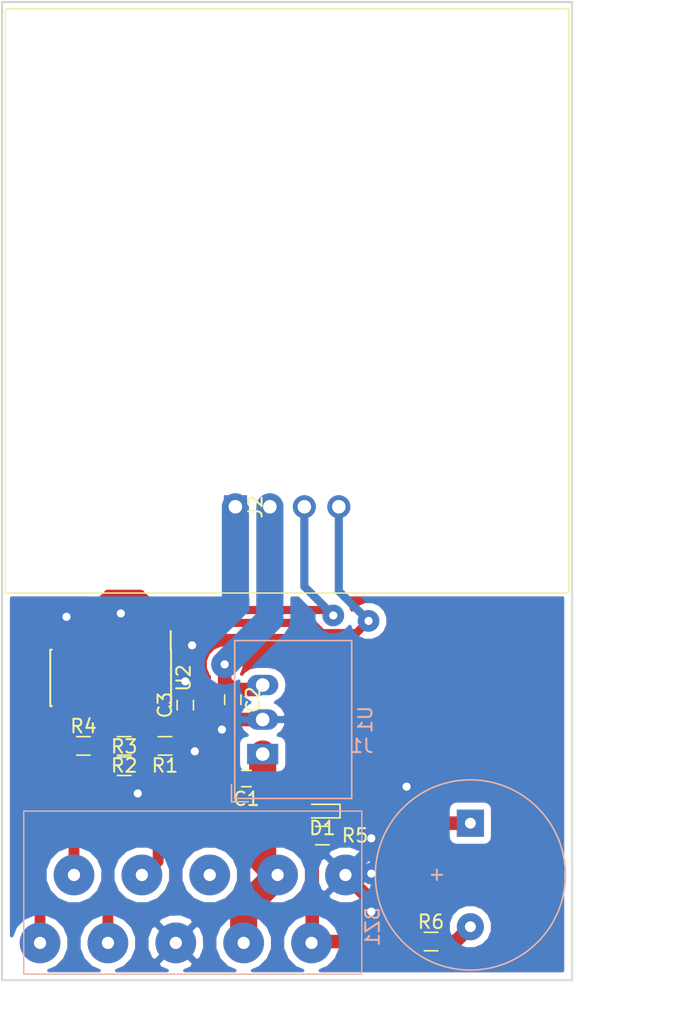
<source format=kicad_pcb>
(kicad_pcb (version 20170922) (host pcbnew no-vcs-found-ad9916e~61~ubuntu16.04.1)

  (general
    (thickness 1.6)
    (drawings 6)
    (tracks 123)
    (zones 0)
    (modules 15)
    (nets 15)
  )

  (page A4)
  (layers
    (0 F.Cu signal)
    (31 B.Cu signal)
    (32 B.Adhes user)
    (33 F.Adhes user)
    (34 B.Paste user)
    (35 F.Paste user)
    (36 B.SilkS user)
    (37 F.SilkS user)
    (38 B.Mask user)
    (39 F.Mask user)
    (40 Dwgs.User user)
    (41 Cmts.User user)
    (42 Eco1.User user)
    (43 Eco2.User user)
    (44 Edge.Cuts user)
    (45 Margin user)
    (46 B.CrtYd user)
    (47 F.CrtYd user)
    (48 B.Fab user hide)
    (49 F.Fab user hide)
  )

  (setup
    (last_trace_width 0.6)
    (user_trace_width 0.2)
    (user_trace_width 0.4)
    (user_trace_width 0.6)
    (user_trace_width 0.8)
    (user_trace_width 1)
    (user_trace_width 2)
    (trace_clearance 0.2)
    (zone_clearance 0.508)
    (zone_45_only no)
    (trace_min 0.2)
    (segment_width 0.2)
    (edge_width 0.15)
    (via_size 1.6)
    (via_drill 0.6)
    (via_min_size 0.4)
    (via_min_drill 0.3)
    (user_via 1.6 0.6)
    (uvia_size 0.3)
    (uvia_drill 0.1)
    (uvias_allowed no)
    (uvia_min_size 0.2)
    (uvia_min_drill 0.1)
    (pcb_text_width 0.3)
    (pcb_text_size 1.5 1.5)
    (mod_edge_width 0.15)
    (mod_text_size 1 1)
    (mod_text_width 0.15)
    (pad_size 1.524 1.524)
    (pad_drill 0.762)
    (pad_to_mask_clearance 0.2)
    (aux_axis_origin 0 0)
    (visible_elements FFFFFF7F)
    (pcbplotparams
      (layerselection 0x01000_ffffffff)
      (usegerberextensions false)
      (usegerberattributes true)
      (usegerberadvancedattributes true)
      (creategerberjobfile true)
      (excludeedgelayer true)
      (linewidth 0.100000)
      (plotframeref false)
      (viasonmask false)
      (mode 1)
      (useauxorigin false)
      (hpglpennumber 1)
      (hpglpenspeed 20)
      (hpglpendiameter 15)
      (psnegative false)
      (psa4output false)
      (plotreference false)
      (plotvalue false)
      (plotinvisibletext false)
      (padsonsilk false)
      (subtractmaskfromsilk false)
      (outputformat 1)
      (mirror false)
      (drillshape 0)
      (scaleselection 1)
      (outputdirectory ./gerbers))
  )

  (net 0 "")
  (net 1 +3V3)
  (net 2 GND)
  (net 3 /TXD)
  (net 4 /RXD)
  (net 5 "Net-(U2-Pad1)")
  (net 6 VCC)
  (net 7 "Net-(J1-Pad7)")
  (net 8 "Net-(J1-Pad8)")
  (net 9 "Net-(J1-Pad9)")
  (net 10 "Net-(J1-Pad10)")
  (net 11 "Net-(D1-Pad1)")
  (net 12 "Net-(BZ1-Pad2)")
  (net 13 /SWITCH)
  (net 14 "Net-(J1-Pad2)")

  (net_class Default "This is the default net class."
    (clearance 0.2)
    (trace_width 0.8)
    (via_dia 1.6)
    (via_drill 0.6)
    (uvia_dia 0.3)
    (uvia_drill 0.1)
    (add_net +3V3)
    (add_net /RXD)
    (add_net /SWITCH)
    (add_net /TXD)
    (add_net GND)
    (add_net "Net-(BZ1-Pad2)")
    (add_net "Net-(D1-Pad1)")
    (add_net "Net-(J1-Pad10)")
    (add_net "Net-(J1-Pad2)")
    (add_net "Net-(J1-Pad7)")
    (add_net "Net-(J1-Pad8)")
    (add_net "Net-(J1-Pad9)")
    (add_net "Net-(U2-Pad1)")
    (add_net VCC)
  )

  (module Resistors_SMD:R_0603 (layer F.Cu) (tedit 58E0A804) (tstamp 5A07BE5D)
    (at 109.6 142.4)
    (descr "Resistor SMD 0603, reflow soldering, Vishay (see dcrcw.pdf)")
    (tags "resistor 0603")
    (path /5A01EF28)
    (attr smd)
    (fp_text reference R6 (at 0 -1.45) (layer F.SilkS)
      (effects (font (size 1 1) (thickness 0.15)))
    )
    (fp_text value " " (at 0 1.5) (layer F.Fab)
      (effects (font (size 1 1) (thickness 0.15)))
    )
    (fp_text user %R (at 0 0) (layer F.Fab)
      (effects (font (size 0.4 0.4) (thickness 0.075)))
    )
    (fp_line (start -0.8 0.4) (end -0.8 -0.4) (layer F.Fab) (width 0.1))
    (fp_line (start 0.8 0.4) (end -0.8 0.4) (layer F.Fab) (width 0.1))
    (fp_line (start 0.8 -0.4) (end 0.8 0.4) (layer F.Fab) (width 0.1))
    (fp_line (start -0.8 -0.4) (end 0.8 -0.4) (layer F.Fab) (width 0.1))
    (fp_line (start 0.5 0.68) (end -0.5 0.68) (layer F.SilkS) (width 0.12))
    (fp_line (start -0.5 -0.68) (end 0.5 -0.68) (layer F.SilkS) (width 0.12))
    (fp_line (start -1.25 -0.7) (end 1.25 -0.7) (layer F.CrtYd) (width 0.05))
    (fp_line (start -1.25 -0.7) (end -1.25 0.7) (layer F.CrtYd) (width 0.05))
    (fp_line (start 1.25 0.7) (end 1.25 -0.7) (layer F.CrtYd) (width 0.05))
    (fp_line (start 1.25 0.7) (end -1.25 0.7) (layer F.CrtYd) (width 0.05))
    (pad 1 smd rect (at -0.75 0) (size 0.5 0.9) (layers F.Cu F.Paste F.Mask)
      (net 14 "Net-(J1-Pad2)"))
    (pad 2 smd rect (at 0.75 0) (size 0.5 0.9) (layers F.Cu F.Paste F.Mask)
      (net 12 "Net-(BZ1-Pad2)"))
    (model ${KISYS3DMOD}/Resistors_SMD.3dshapes/R_0603.wrl
      (at (xyz 0 0 0))
      (scale (xyz 1 1 1))
      (rotate (xyz 0 0 0))
    )
  )

  (module Resistors_SMD:R_0603 (layer F.Cu) (tedit 58E0A804) (tstamp 5A07BCF4)
    (at 101.6 134.6)
    (descr "Resistor SMD 0603, reflow soldering, Vishay (see dcrcw.pdf)")
    (tags "resistor 0603")
    (path /5A01F00C)
    (attr smd)
    (fp_text reference R5 (at 2.4 0) (layer F.SilkS)
      (effects (font (size 1 1) (thickness 0.15)))
    )
    (fp_text value " " (at 0 1.5) (layer F.Fab)
      (effects (font (size 1 1) (thickness 0.15)))
    )
    (fp_line (start 1.25 0.7) (end -1.25 0.7) (layer F.CrtYd) (width 0.05))
    (fp_line (start 1.25 0.7) (end 1.25 -0.7) (layer F.CrtYd) (width 0.05))
    (fp_line (start -1.25 -0.7) (end -1.25 0.7) (layer F.CrtYd) (width 0.05))
    (fp_line (start -1.25 -0.7) (end 1.25 -0.7) (layer F.CrtYd) (width 0.05))
    (fp_line (start -0.5 -0.68) (end 0.5 -0.68) (layer F.SilkS) (width 0.12))
    (fp_line (start 0.5 0.68) (end -0.5 0.68) (layer F.SilkS) (width 0.12))
    (fp_line (start -0.8 -0.4) (end 0.8 -0.4) (layer F.Fab) (width 0.1))
    (fp_line (start 0.8 -0.4) (end 0.8 0.4) (layer F.Fab) (width 0.1))
    (fp_line (start 0.8 0.4) (end -0.8 0.4) (layer F.Fab) (width 0.1))
    (fp_line (start -0.8 0.4) (end -0.8 -0.4) (layer F.Fab) (width 0.1))
    (fp_text user %R (at 10.4 -5.2) (layer F.Fab)
      (effects (font (size 0.4 0.4) (thickness 0.075)))
    )
    (pad 2 smd rect (at 0.75 0) (size 0.5 0.9) (layers F.Cu F.Paste F.Mask)
      (net 11 "Net-(D1-Pad1)"))
    (pad 1 smd rect (at -0.75 0) (size 0.5 0.9) (layers F.Cu F.Paste F.Mask)
      (net 14 "Net-(J1-Pad2)"))
    (model ${KISYS3DMOD}/Resistors_SMD.3dshapes/R_0603.wrl
      (at (xyz 0 0 0))
      (scale (xyz 1 1 1))
      (rotate (xyz 0 0 0))
    )
  )

  (module bilge-alarm-parts:Buzzer_12x9.5RM7.6 (layer B.Cu) (tedit 58F3C45C) (tstamp 5A07B6C2)
    (at 112.5 137.5 270)
    (descr "Generic Buzzer, D12mm height 9.5mm with RM7.6mm")
    (tags buzzer)
    (path /5A01AD35)
    (fp_text reference BZ1 (at 3.8 7.2 270) (layer B.SilkS)
      (effects (font (size 1 1) (thickness 0.15)) (justify mirror))
    )
    (fp_text value Buzzer (at 0 -7.4 270) (layer B.Fab)
      (effects (font (size 1 1) (thickness 0.15)) (justify mirror))
    )
    (fp_circle (center 0 0) (end 7 0) (layer B.SilkS) (width 0.12))
    (fp_circle (center 0 0) (end 1 0) (layer B.Fab) (width 0.1))
    (fp_circle (center 0 0) (end 6 0) (layer B.Fab) (width 0.1))
    (fp_circle (center 0 0) (end 6.25 0) (layer B.CrtYd) (width 0.05))
    (fp_text user %R (at 3.8 4 270) (layer B.Fab)
      (effects (font (size 1 1) (thickness 0.15)) (justify mirror))
    )
    (fp_text user + (at -0.01 2.54 270) (layer B.SilkS)
      (effects (font (size 1 1) (thickness 0.15)) (justify mirror))
    )
    (fp_text user + (at -0.01 2.54 270) (layer B.Fab)
      (effects (font (size 1 1) (thickness 0.15)) (justify mirror))
    )
    (pad 2 thru_hole circle (at 3.81 0 270) (size 2 2) (drill 0.8) (layers *.Cu *.Mask)
      (net 12 "Net-(BZ1-Pad2)"))
    (pad 1 thru_hole rect (at -3.81 0 270) (size 2 2) (drill 0.8) (layers *.Cu *.Mask)
      (net 6 VCC))
    (model Buzzers_Beepers.3dshapes/Buzzer_12x9.5RM7.6.wrl
      (at (xyz -0.007480314960629922 0 0))
      (scale (xyz 4 4 4))
      (rotate (xyz 0 0 0))
    )
  )

  (module Pin_Headers:Pin_Header_Straight_1x04_Pitch2.54mm (layer F.Cu) (tedit 5A01D797) (tstamp 5A07CB5B)
    (at 99 110.4 90)
    (descr "Through hole straight pin header, 1x04, 2.54mm pitch, single row")
    (tags "Through hole pin header THT 1x04 2.54mm single row")
    (path /5A019C03)
    (fp_text reference J2 (at 0 -2.33 90) (layer F.SilkS)
      (effects (font (size 1 1) (thickness 0.15)))
    )
    (fp_text value Conn_01x04 (at 0 9.95 90) (layer F.Fab)
      (effects (font (size 1 1) (thickness 0.15)))
    )
    (fp_text user %R (at -0.25 6.75 -180) (layer F.Fab)
      (effects (font (size 1 1) (thickness 0.15)))
    )
    (fp_line (start 36.65 0) (end 36.65 -20.75) (layer F.SilkS) (width 0.1))
    (fp_line (start 36.65 -20.75) (end -6.35 -20.75) (layer F.SilkS) (width 0.1))
    (fp_line (start 36.65 0) (end 36.65 20.75) (layer F.SilkS) (width 0.1))
    (fp_line (start 36.65 20.75) (end -6.35 20.75) (layer F.SilkS) (width 0.1))
    (fp_line (start -6.35 20.75) (end -6.35 -20.75) (layer F.SilkS) (width 0.1))
    (pad 4 thru_hole oval (at 0 3.81 90) (size 1.7 1.7) (drill 1) (layers *.Cu *.Mask)
      (net 4 /RXD))
    (pad 3 thru_hole oval (at 0 1.27 90) (size 1.7 1.7) (drill 1) (layers *.Cu *.Mask)
      (net 3 /TXD))
    (pad 2 thru_hole oval (at 0 -1.27 90) (size 1.7 1.7) (drill 1) (layers *.Cu *.Mask)
      (net 1 +3V3))
    (pad 1 thru_hole rect (at 0 -3.81 90) (size 1.7 1.7) (drill 1) (layers *.Cu *.Mask)
      (net 2 GND))
    (model ${KISYS3DMOD}/Pin_Headers.3dshapes/Pin_Header_Straight_1x04_Pitch2.54mm.wrl
      (at (xyz 0 0.1574803149606299 0))
      (scale (xyz 1 1 1))
      (rotate (xyz 0 0 0))
    )
  )

  (module TerminalBlock_WAGO:TerminalBlock_WAGO-804_RM5mm_10pol (layer B.Cu) (tedit 5A01CB1F) (tstamp 5A0761D5)
    (at 104.5 137.5 180)
    (path /5A01BFEE)
    (fp_text reference J1 (at 0 9.5 180) (layer B.SilkS)
      (effects (font (size 1 1) (thickness 0.15)) (justify mirror))
    )
    (fp_text value Conn_01x10 (at 0 -8 180) (layer B.Fab)
      (effects (font (size 1 1) (thickness 0.15)) (justify mirror))
    )
    (fp_line (start 0 4.7) (end 0 -7.3) (layer B.SilkS) (width 0.1))
    (fp_line (start 0 -7.3) (end 24.9 -7.3) (layer B.SilkS) (width 0.1))
    (fp_line (start 24.9 -7.3) (end 24.9 4.7) (layer B.SilkS) (width 0.1))
    (fp_line (start 24.9 4.7) (end 0 4.7) (layer B.SilkS) (width 0.1))
    (pad 1 thru_hole circle (at 1.2 0 180) (size 3 3) (drill 0.9) (layers *.Cu *.Mask)
      (net 2 GND))
    (pad 2 thru_hole circle (at 3.7 -5 180) (size 3 3) (drill 0.9) (layers *.Cu *.Mask)
      (net 14 "Net-(J1-Pad2)"))
    (pad 3 thru_hole circle (at 6.2 0 180) (size 3 3) (drill 0.9) (layers *.Cu *.Mask)
      (net 6 VCC))
    (pad 4 thru_hole circle (at 8.7 -5 180) (size 3 3) (drill 0.9) (layers *.Cu *.Mask)
      (net 6 VCC))
    (pad 5 thru_hole circle (at 11.2 0 180) (size 3 3) (drill 0.9) (layers *.Cu *.Mask)
      (net 13 /SWITCH))
    (pad 6 thru_hole circle (at 13.7 -5 180) (size 3 3) (drill 0.9) (layers *.Cu *.Mask)
      (net 2 GND))
    (pad 7 thru_hole circle (at 16.2 0 180) (size 3 3) (drill 0.9) (layers *.Cu *.Mask)
      (net 7 "Net-(J1-Pad7)"))
    (pad 8 thru_hole circle (at 18.7 -5 180) (size 3 3) (drill 0.9) (layers *.Cu *.Mask)
      (net 8 "Net-(J1-Pad8)"))
    (pad 9 thru_hole circle (at 21.2 0 180) (size 3 3) (drill 0.9) (layers *.Cu *.Mask)
      (net 9 "Net-(J1-Pad9)"))
    (pad 10 thru_hole circle (at 23.7 -5 180) (size 3 3) (drill 0.9) (layers *.Cu *.Mask)
      (net 10 "Net-(J1-Pad10)"))
    (model /home/miceuz/Xaltura/DoorCtrl/3d/250-410.stp
      (at (xyz 0 0 0))
      (scale (xyz 1 1 1))
      (rotate (xyz -90 0 -90))
    )
  )

  (module Capacitors_SMD:C_0603 (layer F.Cu) (tedit 59958EE7) (tstamp 5A049135)
    (at 91.5 125 90)
    (descr "Capacitor SMD 0603, reflow soldering, AVX (see smccp.pdf)")
    (tags "capacitor 0603")
    (path /5A019570)
    (attr smd)
    (fp_text reference C3 (at 0 -1.5 90) (layer F.SilkS)
      (effects (font (size 1 1) (thickness 0.15)))
    )
    (fp_text value 1u (at 0 1.5 90) (layer F.Fab)
      (effects (font (size 1 1) (thickness 0.15)))
    )
    (fp_text user %R (at 0 0 90) (layer F.Fab)
      (effects (font (size 0.3 0.3) (thickness 0.075)))
    )
    (fp_line (start -0.8 0.4) (end -0.8 -0.4) (layer F.Fab) (width 0.1))
    (fp_line (start 0.8 0.4) (end -0.8 0.4) (layer F.Fab) (width 0.1))
    (fp_line (start 0.8 -0.4) (end 0.8 0.4) (layer F.Fab) (width 0.1))
    (fp_line (start -0.8 -0.4) (end 0.8 -0.4) (layer F.Fab) (width 0.1))
    (fp_line (start -0.35 -0.6) (end 0.35 -0.6) (layer F.SilkS) (width 0.12))
    (fp_line (start 0.35 0.6) (end -0.35 0.6) (layer F.SilkS) (width 0.12))
    (fp_line (start -1.4 -0.65) (end 1.4 -0.65) (layer F.CrtYd) (width 0.05))
    (fp_line (start -1.4 -0.65) (end -1.4 0.65) (layer F.CrtYd) (width 0.05))
    (fp_line (start 1.4 0.65) (end 1.4 -0.65) (layer F.CrtYd) (width 0.05))
    (fp_line (start 1.4 0.65) (end -1.4 0.65) (layer F.CrtYd) (width 0.05))
    (pad 1 smd rect (at -0.75 0 90) (size 0.8 0.75) (layers F.Cu F.Paste F.Mask)
      (net 1 +3V3))
    (pad 2 smd rect (at 0.75 0 90) (size 0.8 0.75) (layers F.Cu F.Paste F.Mask)
      (net 2 GND))
    (model Capacitors_SMD.3dshapes/C_0603.wrl
      (at (xyz 0 0 0))
      (scale (xyz 1 1 1))
      (rotate (xyz 0 0 0))
    )
  )

  (module Capacitors_SMD:C_0603 (layer F.Cu) (tedit 59958EE7) (tstamp 5A049124)
    (at 95 124.6 270)
    (descr "Capacitor SMD 0603, reflow soldering, AVX (see smccp.pdf)")
    (tags "capacitor 0603")
    (path /5A01B58E)
    (attr smd)
    (fp_text reference C2 (at 0 -1.5 270) (layer F.SilkS)
      (effects (font (size 1 1) (thickness 0.15)))
    )
    (fp_text value 1u (at 0 1.5 270) (layer F.Fab)
      (effects (font (size 1 1) (thickness 0.15)))
    )
    (fp_line (start 1.4 0.65) (end -1.4 0.65) (layer F.CrtYd) (width 0.05))
    (fp_line (start 1.4 0.65) (end 1.4 -0.65) (layer F.CrtYd) (width 0.05))
    (fp_line (start -1.4 -0.65) (end -1.4 0.65) (layer F.CrtYd) (width 0.05))
    (fp_line (start -1.4 -0.65) (end 1.4 -0.65) (layer F.CrtYd) (width 0.05))
    (fp_line (start 0.35 0.6) (end -0.35 0.6) (layer F.SilkS) (width 0.12))
    (fp_line (start -0.35 -0.6) (end 0.35 -0.6) (layer F.SilkS) (width 0.12))
    (fp_line (start -0.8 -0.4) (end 0.8 -0.4) (layer F.Fab) (width 0.1))
    (fp_line (start 0.8 -0.4) (end 0.8 0.4) (layer F.Fab) (width 0.1))
    (fp_line (start 0.8 0.4) (end -0.8 0.4) (layer F.Fab) (width 0.1))
    (fp_line (start -0.8 0.4) (end -0.8 -0.4) (layer F.Fab) (width 0.1))
    (fp_text user %R (at 0 0 270) (layer F.Fab)
      (effects (font (size 0.3 0.3) (thickness 0.075)))
    )
    (pad 2 smd rect (at 0.75 0 270) (size 0.8 0.75) (layers F.Cu F.Paste F.Mask)
      (net 2 GND))
    (pad 1 smd rect (at -0.75 0 270) (size 0.8 0.75) (layers F.Cu F.Paste F.Mask)
      (net 1 +3V3))
    (model Capacitors_SMD.3dshapes/C_0603.wrl
      (at (xyz 0 0 0))
      (scale (xyz 1 1 1))
      (rotate (xyz 0 0 0))
    )
  )

  (module Capacitors_SMD:C_0603 (layer F.Cu) (tedit 59958EE7) (tstamp 5A049113)
    (at 96 130.4 180)
    (descr "Capacitor SMD 0603, reflow soldering, AVX (see smccp.pdf)")
    (tags "capacitor 0603")
    (path /5A01B52A)
    (attr smd)
    (fp_text reference C1 (at 0 -1.5 180) (layer F.SilkS)
      (effects (font (size 1 1) (thickness 0.15)))
    )
    (fp_text value 1u (at 0 1.5 180) (layer F.Fab)
      (effects (font (size 1 1) (thickness 0.15)))
    )
    (fp_text user %R (at 0 0 180) (layer F.Fab)
      (effects (font (size 0.3 0.3) (thickness 0.075)))
    )
    (fp_line (start -0.8 0.4) (end -0.8 -0.4) (layer F.Fab) (width 0.1))
    (fp_line (start 0.8 0.4) (end -0.8 0.4) (layer F.Fab) (width 0.1))
    (fp_line (start 0.8 -0.4) (end 0.8 0.4) (layer F.Fab) (width 0.1))
    (fp_line (start -0.8 -0.4) (end 0.8 -0.4) (layer F.Fab) (width 0.1))
    (fp_line (start -0.35 -0.6) (end 0.35 -0.6) (layer F.SilkS) (width 0.12))
    (fp_line (start 0.35 0.6) (end -0.35 0.6) (layer F.SilkS) (width 0.12))
    (fp_line (start -1.4 -0.65) (end 1.4 -0.65) (layer F.CrtYd) (width 0.05))
    (fp_line (start -1.4 -0.65) (end -1.4 0.65) (layer F.CrtYd) (width 0.05))
    (fp_line (start 1.4 0.65) (end 1.4 -0.65) (layer F.CrtYd) (width 0.05))
    (fp_line (start 1.4 0.65) (end -1.4 0.65) (layer F.CrtYd) (width 0.05))
    (pad 1 smd rect (at -0.75 0 180) (size 0.8 0.75) (layers F.Cu F.Paste F.Mask)
      (net 6 VCC))
    (pad 2 smd rect (at 0.75 0 180) (size 0.8 0.75) (layers F.Cu F.Paste F.Mask)
      (net 2 GND))
    (model Capacitors_SMD.3dshapes/C_0603.wrl
      (at (xyz 0 0 0))
      (scale (xyz 1 1 1))
      (rotate (xyz 0 0 0))
    )
  )

  (module LEDs:LED_0603 (layer F.Cu) (tedit 57FE93A5) (tstamp 5A04907D)
    (at 101.6 132.8 180)
    (descr "LED 0603 smd package")
    (tags "LED led 0603 SMD smd SMT smt smdled SMDLED smtled SMTLED")
    (path /5A01AE95)
    (attr smd)
    (fp_text reference D1 (at 0 -1.25 180) (layer F.SilkS)
      (effects (font (size 1 1) (thickness 0.15)))
    )
    (fp_text value LED (at 0 1.35 180) (layer F.Fab)
      (effects (font (size 1 1) (thickness 0.15)))
    )
    (fp_line (start -1.45 -0.65) (end 1.45 -0.65) (layer F.CrtYd) (width 0.05))
    (fp_line (start -1.45 0.65) (end -1.45 -0.65) (layer F.CrtYd) (width 0.05))
    (fp_line (start 1.45 0.65) (end -1.45 0.65) (layer F.CrtYd) (width 0.05))
    (fp_line (start 1.45 -0.65) (end 1.45 0.65) (layer F.CrtYd) (width 0.05))
    (fp_line (start -1.3 -0.5) (end 0.8 -0.5) (layer F.SilkS) (width 0.12))
    (fp_line (start -1.3 0.5) (end 0.8 0.5) (layer F.SilkS) (width 0.12))
    (fp_line (start -0.8 0.4) (end -0.8 -0.4) (layer F.Fab) (width 0.1))
    (fp_line (start -0.8 -0.4) (end 0.8 -0.4) (layer F.Fab) (width 0.1))
    (fp_line (start 0.8 -0.4) (end 0.8 0.4) (layer F.Fab) (width 0.1))
    (fp_line (start 0.8 0.4) (end -0.8 0.4) (layer F.Fab) (width 0.1))
    (fp_line (start 0.15 -0.2) (end 0.15 0.2) (layer F.Fab) (width 0.1))
    (fp_line (start 0.15 0.2) (end -0.15 0) (layer F.Fab) (width 0.1))
    (fp_line (start -0.15 0) (end 0.15 -0.2) (layer F.Fab) (width 0.1))
    (fp_line (start -0.2 -0.2) (end -0.2 0.2) (layer F.Fab) (width 0.1))
    (fp_line (start -1.3 -0.5) (end -1.3 0.5) (layer F.SilkS) (width 0.12))
    (pad 1 smd rect (at -0.8 0) (size 0.8 0.8) (layers F.Cu F.Paste F.Mask)
      (net 11 "Net-(D1-Pad1)"))
    (pad 2 smd rect (at 0.8 0) (size 0.8 0.8) (layers F.Cu F.Paste F.Mask)
      (net 6 VCC))
    (model ${KISYS3DMOD}/LEDs.3dshapes/LED_0603.wrl
      (at (xyz 0 0 0))
      (scale (xyz 1 1 1))
      (rotate (xyz 0 0 180))
    )
  )

  (module Resistors_SMD:R_0603 (layer F.Cu) (tedit 58E0A804) (tstamp 5A049057)
    (at 84 128)
    (descr "Resistor SMD 0603, reflow soldering, Vishay (see dcrcw.pdf)")
    (tags "resistor 0603")
    (path /5A01988D)
    (attr smd)
    (fp_text reference R4 (at 0 -1.45) (layer F.SilkS)
      (effects (font (size 1 1) (thickness 0.15)))
    )
    (fp_text value R_Small (at 0 1.5) (layer F.Fab)
      (effects (font (size 1 1) (thickness 0.15)))
    )
    (fp_text user %R (at 0 0) (layer F.Fab)
      (effects (font (size 0.4 0.4) (thickness 0.075)))
    )
    (fp_line (start -0.8 0.4) (end -0.8 -0.4) (layer F.Fab) (width 0.1))
    (fp_line (start 0.8 0.4) (end -0.8 0.4) (layer F.Fab) (width 0.1))
    (fp_line (start 0.8 -0.4) (end 0.8 0.4) (layer F.Fab) (width 0.1))
    (fp_line (start -0.8 -0.4) (end 0.8 -0.4) (layer F.Fab) (width 0.1))
    (fp_line (start 0.5 0.68) (end -0.5 0.68) (layer F.SilkS) (width 0.12))
    (fp_line (start -0.5 -0.68) (end 0.5 -0.68) (layer F.SilkS) (width 0.12))
    (fp_line (start -1.25 -0.7) (end 1.25 -0.7) (layer F.CrtYd) (width 0.05))
    (fp_line (start -1.25 -0.7) (end -1.25 0.7) (layer F.CrtYd) (width 0.05))
    (fp_line (start 1.25 0.7) (end 1.25 -0.7) (layer F.CrtYd) (width 0.05))
    (fp_line (start 1.25 0.7) (end -1.25 0.7) (layer F.CrtYd) (width 0.05))
    (pad 1 smd rect (at -0.75 0) (size 0.5 0.9) (layers F.Cu F.Paste F.Mask)
      (net 10 "Net-(J1-Pad10)"))
    (pad 2 smd rect (at 0.75 0) (size 0.5 0.9) (layers F.Cu F.Paste F.Mask)
      (net 9 "Net-(J1-Pad9)"))
    (model ${KISYS3DMOD}/Resistors_SMD.3dshapes/R_0603.wrl
      (at (xyz 0 0 0))
      (scale (xyz 1 1 1))
      (rotate (xyz 0 0 0))
    )
  )

  (module Resistors_SMD:R_0603 (layer F.Cu) (tedit 58E0A804) (tstamp 5A049046)
    (at 87 129.5)
    (descr "Resistor SMD 0603, reflow soldering, Vishay (see dcrcw.pdf)")
    (tags "resistor 0603")
    (path /5A01985F)
    (attr smd)
    (fp_text reference R3 (at 0 -1.45) (layer F.SilkS)
      (effects (font (size 1 1) (thickness 0.15)))
    )
    (fp_text value R_Small (at 0 1.5) (layer F.Fab)
      (effects (font (size 1 1) (thickness 0.15)))
    )
    (fp_line (start 1.25 0.7) (end -1.25 0.7) (layer F.CrtYd) (width 0.05))
    (fp_line (start 1.25 0.7) (end 1.25 -0.7) (layer F.CrtYd) (width 0.05))
    (fp_line (start -1.25 -0.7) (end -1.25 0.7) (layer F.CrtYd) (width 0.05))
    (fp_line (start -1.25 -0.7) (end 1.25 -0.7) (layer F.CrtYd) (width 0.05))
    (fp_line (start -0.5 -0.68) (end 0.5 -0.68) (layer F.SilkS) (width 0.12))
    (fp_line (start 0.5 0.68) (end -0.5 0.68) (layer F.SilkS) (width 0.12))
    (fp_line (start -0.8 -0.4) (end 0.8 -0.4) (layer F.Fab) (width 0.1))
    (fp_line (start 0.8 -0.4) (end 0.8 0.4) (layer F.Fab) (width 0.1))
    (fp_line (start 0.8 0.4) (end -0.8 0.4) (layer F.Fab) (width 0.1))
    (fp_line (start -0.8 0.4) (end -0.8 -0.4) (layer F.Fab) (width 0.1))
    (fp_text user %R (at 0 0) (layer F.Fab)
      (effects (font (size 0.4 0.4) (thickness 0.075)))
    )
    (pad 2 smd rect (at 0.75 0) (size 0.5 0.9) (layers F.Cu F.Paste F.Mask)
      (net 2 GND))
    (pad 1 smd rect (at -0.75 0) (size 0.5 0.9) (layers F.Cu F.Paste F.Mask)
      (net 8 "Net-(J1-Pad8)"))
    (model ${KISYS3DMOD}/Resistors_SMD.3dshapes/R_0603.wrl
      (at (xyz 0 0 0))
      (scale (xyz 1 1 1))
      (rotate (xyz 0 0 0))
    )
  )

  (module Resistors_SMD:R_0603 (layer F.Cu) (tedit 58E0A804) (tstamp 5A049035)
    (at 87 128 180)
    (descr "Resistor SMD 0603, reflow soldering, Vishay (see dcrcw.pdf)")
    (tags "resistor 0603")
    (path /5A0197EC)
    (attr smd)
    (fp_text reference R2 (at 0 -1.45 180) (layer F.SilkS)
      (effects (font (size 1 1) (thickness 0.15)))
    )
    (fp_text value R_Small (at 0 1.5 180) (layer F.Fab)
      (effects (font (size 1 1) (thickness 0.15)))
    )
    (fp_text user %R (at 0 0 180) (layer F.Fab)
      (effects (font (size 0.4 0.4) (thickness 0.075)))
    )
    (fp_line (start -0.8 0.4) (end -0.8 -0.4) (layer F.Fab) (width 0.1))
    (fp_line (start 0.8 0.4) (end -0.8 0.4) (layer F.Fab) (width 0.1))
    (fp_line (start 0.8 -0.4) (end 0.8 0.4) (layer F.Fab) (width 0.1))
    (fp_line (start -0.8 -0.4) (end 0.8 -0.4) (layer F.Fab) (width 0.1))
    (fp_line (start 0.5 0.68) (end -0.5 0.68) (layer F.SilkS) (width 0.12))
    (fp_line (start -0.5 -0.68) (end 0.5 -0.68) (layer F.SilkS) (width 0.12))
    (fp_line (start -1.25 -0.7) (end 1.25 -0.7) (layer F.CrtYd) (width 0.05))
    (fp_line (start -1.25 -0.7) (end -1.25 0.7) (layer F.CrtYd) (width 0.05))
    (fp_line (start 1.25 0.7) (end 1.25 -0.7) (layer F.CrtYd) (width 0.05))
    (fp_line (start 1.25 0.7) (end -1.25 0.7) (layer F.CrtYd) (width 0.05))
    (pad 1 smd rect (at -0.75 0 180) (size 0.5 0.9) (layers F.Cu F.Paste F.Mask)
      (net 7 "Net-(J1-Pad7)"))
    (pad 2 smd rect (at 0.75 0 180) (size 0.5 0.9) (layers F.Cu F.Paste F.Mask)
      (net 8 "Net-(J1-Pad8)"))
    (model ${KISYS3DMOD}/Resistors_SMD.3dshapes/R_0603.wrl
      (at (xyz 0 0 0))
      (scale (xyz 1 1 1))
      (rotate (xyz 0 0 0))
    )
  )

  (module Resistors_SMD:R_0603 (layer F.Cu) (tedit 58E0A804) (tstamp 5A049024)
    (at 90 128 180)
    (descr "Resistor SMD 0603, reflow soldering, Vishay (see dcrcw.pdf)")
    (tags "resistor 0603")
    (path /5A01983D)
    (attr smd)
    (fp_text reference R1 (at 0 -1.45 180) (layer F.SilkS)
      (effects (font (size 1 1) (thickness 0.15)))
    )
    (fp_text value R_Small (at 0 1.5 180) (layer F.Fab)
      (effects (font (size 1 1) (thickness 0.15)))
    )
    (fp_line (start 1.25 0.7) (end -1.25 0.7) (layer F.CrtYd) (width 0.05))
    (fp_line (start 1.25 0.7) (end 1.25 -0.7) (layer F.CrtYd) (width 0.05))
    (fp_line (start -1.25 -0.7) (end -1.25 0.7) (layer F.CrtYd) (width 0.05))
    (fp_line (start -1.25 -0.7) (end 1.25 -0.7) (layer F.CrtYd) (width 0.05))
    (fp_line (start -0.5 -0.68) (end 0.5 -0.68) (layer F.SilkS) (width 0.12))
    (fp_line (start 0.5 0.68) (end -0.5 0.68) (layer F.SilkS) (width 0.12))
    (fp_line (start -0.8 -0.4) (end 0.8 -0.4) (layer F.Fab) (width 0.1))
    (fp_line (start 0.8 -0.4) (end 0.8 0.4) (layer F.Fab) (width 0.1))
    (fp_line (start 0.8 0.4) (end -0.8 0.4) (layer F.Fab) (width 0.1))
    (fp_line (start -0.8 0.4) (end -0.8 -0.4) (layer F.Fab) (width 0.1))
    (fp_text user %R (at 0 0 180) (layer F.Fab)
      (effects (font (size 0.4 0.4) (thickness 0.075)))
    )
    (pad 2 smd rect (at 0.75 0 180) (size 0.5 0.9) (layers F.Cu F.Paste F.Mask)
      (net 7 "Net-(J1-Pad7)"))
    (pad 1 smd rect (at -0.75 0 180) (size 0.5 0.9) (layers F.Cu F.Paste F.Mask)
      (net 1 +3V3))
    (model ${KISYS3DMOD}/Resistors_SMD.3dshapes/R_0603.wrl
      (at (xyz 0 0 0))
      (scale (xyz 1 1 1))
      (rotate (xyz 0 0 0))
    )
  )

  (module Converters_DCDC_ACDC:DCDC-Conv_RECOM_R-78E-0.5 (layer B.Cu) (tedit 59EB6FA5) (tstamp 5A04740A)
    (at 97.2 128.6 90)
    (descr "DCDC-Converter, RECOM, RECOM_R-78E-0.5, SIP-3, pitch 2.54mm, package size 11.5x8.5x10.4mm^3, https://www.recom-power.com/pdf/Innoline/R-78Exx-0.5.pdf")
    (tags "dc-dc recom buck sip-3 pitch 2.54mm")
    (path /5A01B353)
    (fp_text reference U1 (at 2.54 7.56 90) (layer B.SilkS)
      (effects (font (size 1 1) (thickness 0.15)) (justify mirror))
    )
    (fp_text value R-783.3-0.5 (at 2.54 -3 90) (layer B.Fab)
      (effects (font (size 1 1) (thickness 0.15)) (justify mirror))
    )
    (fp_text user %R (at 2.54 2.25 90) (layer B.Fab)
      (effects (font (size 1 1) (thickness 0.15)) (justify mirror))
    )
    (fp_line (start 8.55 6.75) (end -3.5 6.75) (layer B.CrtYd) (width 0.05))
    (fp_line (start 8.55 -2.25) (end 8.55 6.75) (layer B.CrtYd) (width 0.05))
    (fp_line (start -3.5 -2.25) (end 8.55 -2.25) (layer B.CrtYd) (width 0.05))
    (fp_line (start -3.5 6.75) (end -3.5 -2.25) (layer B.CrtYd) (width 0.05))
    (fp_line (start -3.51 -2.3) (end -2.27 -2.3) (layer B.SilkS) (width 0.12))
    (fp_line (start -3.51 -1.06) (end -3.51 -2.3) (layer B.SilkS) (width 0.12))
    (fp_line (start 8.35 6.56) (end 8.35 -2.06) (layer B.SilkS) (width 0.12))
    (fp_line (start -3.27 6.56) (end -3.27 -2.06) (layer B.SilkS) (width 0.12))
    (fp_line (start -3.27 -2.06) (end 8.35 -2.06) (layer B.SilkS) (width 0.12))
    (fp_line (start -3.27 6.56) (end 8.35 6.56) (layer B.SilkS) (width 0.12))
    (fp_line (start -3.21 -1) (end -3.21 6.5) (layer B.Fab) (width 0.1))
    (fp_line (start -2.21 -2) (end -3.21 -1) (layer B.Fab) (width 0.1))
    (fp_line (start 8.29 -2) (end -2.21 -2) (layer B.Fab) (width 0.1))
    (fp_line (start 8.29 6.5) (end 8.29 -2) (layer B.Fab) (width 0.1))
    (fp_line (start -3.21 6.5) (end 8.29 6.5) (layer B.Fab) (width 0.1))
    (pad 3 thru_hole oval (at 5.08 0 90) (size 1.5 2.3) (drill 1) (layers *.Cu *.Mask)
      (net 1 +3V3))
    (pad 2 thru_hole oval (at 2.54 0 90) (size 1.5 2.3) (drill 1) (layers *.Cu *.Mask)
      (net 2 GND))
    (pad 1 thru_hole rect (at 0 0 90) (size 1.5 2.3) (drill 1) (layers *.Cu *.Mask)
      (net 6 VCC))
    (model ${KISYS3DMOD}/Converters_DCDC_ACDC.3dshapes/DCDC-Conv_RECOM_R-78E-0.5.wrl
      (at (xyz 0 0 0))
      (scale (xyz 1 1 1))
      (rotate (xyz 0 0 0))
    )
    (model ${KISYS3DMOD}/Converters_DCDC_ACDC.3dshapes/DCDC-Conv_TRACO_TSR-1.wrl
      (at (xyz 0 0 0))
      (scale (xyz 0.4 0.4 0.4))
      (rotate (xyz 0 0 0))
    )
  )

  (module Housings_SOIC:SOIC-14_3.9x8.7mm_Pitch1.27mm (layer F.Cu) (tedit 58CC8F64) (tstamp 5A0473F3)
    (at 86 123 270)
    (descr "14-Lead Plastic Small Outline (SL) - Narrow, 3.90 mm Body [SOIC] (see Microchip Packaging Specification 00000049BS.pdf)")
    (tags "SOIC 1.27")
    (path /5A01934A)
    (attr smd)
    (fp_text reference U2 (at 0 -5.375 270) (layer F.SilkS)
      (effects (font (size 1 1) (thickness 0.15)))
    )
    (fp_text value ADM3491 (at 0 5.375 270) (layer F.Fab)
      (effects (font (size 1 1) (thickness 0.15)))
    )
    (fp_line (start -2.075 -4.425) (end -3.45 -4.425) (layer F.SilkS) (width 0.15))
    (fp_line (start -2.075 4.45) (end 2.075 4.45) (layer F.SilkS) (width 0.15))
    (fp_line (start -2.075 -4.45) (end 2.075 -4.45) (layer F.SilkS) (width 0.15))
    (fp_line (start -2.075 4.45) (end -2.075 4.335) (layer F.SilkS) (width 0.15))
    (fp_line (start 2.075 4.45) (end 2.075 4.335) (layer F.SilkS) (width 0.15))
    (fp_line (start 2.075 -4.45) (end 2.075 -4.335) (layer F.SilkS) (width 0.15))
    (fp_line (start -2.075 -4.45) (end -2.075 -4.425) (layer F.SilkS) (width 0.15))
    (fp_line (start -3.7 4.65) (end 3.7 4.65) (layer F.CrtYd) (width 0.05))
    (fp_line (start -3.7 -4.65) (end 3.7 -4.65) (layer F.CrtYd) (width 0.05))
    (fp_line (start 3.7 -4.65) (end 3.7 4.65) (layer F.CrtYd) (width 0.05))
    (fp_line (start -3.7 -4.65) (end -3.7 4.65) (layer F.CrtYd) (width 0.05))
    (fp_line (start -1.95 -3.35) (end -0.95 -4.35) (layer F.Fab) (width 0.15))
    (fp_line (start -1.95 4.35) (end -1.95 -3.35) (layer F.Fab) (width 0.15))
    (fp_line (start 1.95 4.35) (end -1.95 4.35) (layer F.Fab) (width 0.15))
    (fp_line (start 1.95 -4.35) (end 1.95 4.35) (layer F.Fab) (width 0.15))
    (fp_line (start -0.95 -4.35) (end 1.95 -4.35) (layer F.Fab) (width 0.15))
    (fp_text user %R (at 0 0 270) (layer F.Fab)
      (effects (font (size 0.9 0.9) (thickness 0.135)))
    )
    (pad 14 smd rect (at 2.7 -3.81 270) (size 1.5 0.6) (layers F.Cu F.Paste F.Mask)
      (net 1 +3V3))
    (pad 13 smd rect (at 2.7 -2.54 270) (size 1.5 0.6) (layers F.Cu F.Paste F.Mask)
      (net 1 +3V3))
    (pad 12 smd rect (at 2.7 -1.27 270) (size 1.5 0.6) (layers F.Cu F.Paste F.Mask)
      (net 7 "Net-(J1-Pad7)"))
    (pad 11 smd rect (at 2.7 0 270) (size 1.5 0.6) (layers F.Cu F.Paste F.Mask)
      (net 8 "Net-(J1-Pad8)"))
    (pad 10 smd rect (at 2.7 1.27 270) (size 1.5 0.6) (layers F.Cu F.Paste F.Mask)
      (net 9 "Net-(J1-Pad9)"))
    (pad 9 smd rect (at 2.7 2.54 270) (size 1.5 0.6) (layers F.Cu F.Paste F.Mask)
      (net 10 "Net-(J1-Pad10)"))
    (pad 8 smd rect (at 2.7 3.81 270) (size 1.5 0.6) (layers F.Cu F.Paste F.Mask)
      (net 1 +3V3))
    (pad 7 smd rect (at -2.7 3.81 270) (size 1.5 0.6) (layers F.Cu F.Paste F.Mask)
      (net 2 GND))
    (pad 6 smd rect (at -2.7 2.54 270) (size 1.5 0.6) (layers F.Cu F.Paste F.Mask)
      (net 2 GND))
    (pad 5 smd rect (at -2.7 1.27 270) (size 1.5 0.6) (layers F.Cu F.Paste F.Mask)
      (net 3 /TXD))
    (pad 4 smd rect (at -2.7 0 270) (size 1.5 0.6) (layers F.Cu F.Paste F.Mask)
      (net 1 +3V3))
    (pad 3 smd rect (at -2.7 -1.27 270) (size 1.5 0.6) (layers F.Cu F.Paste F.Mask)
      (net 2 GND))
    (pad 2 smd rect (at -2.7 -2.54 270) (size 1.5 0.6) (layers F.Cu F.Paste F.Mask)
      (net 4 /RXD))
    (pad 1 smd rect (at -2.7 -3.81 270) (size 1.5 0.6) (layers F.Cu F.Paste F.Mask)
      (net 5 "Net-(U2-Pad1)"))
    (model ${KISYS3DMOD}/Housings_SOIC.3dshapes/SOIC-14_3.9x8.7mm_Pitch1.27mm.wrl
      (at (xyz 0 0 0))
      (scale (xyz 1 1 1))
      (rotate (xyz 0 0 0))
    )
  )

  (dimension 42 (width 0.3) (layer Cmts.User)
    (gr_text "42,000 mm" (at 99 149.1) (layer Cmts.User) (tstamp 5A07CB0C)
      (effects (font (size 1.5 1.5) (thickness 0.3)))
    )
    (feature1 (pts (xy 78 145.25) (xy 78 150.45)))
    (feature2 (pts (xy 120 145.25) (xy 120 150.45)))
    (crossbar (pts (xy 120 147.75) (xy 78 147.75)))
    (arrow1a (pts (xy 78 147.75) (xy 79.126504 147.163579)))
    (arrow1b (pts (xy 78 147.75) (xy 79.126504 148.336421)))
    (arrow2a (pts (xy 120 147.75) (xy 118.873496 147.163579)))
    (arrow2b (pts (xy 120 147.75) (xy 118.873496 148.336421)))
  )
  (dimension 72 (width 0.3) (layer Cmts.User)
    (gr_text "72,000 mm" (at 125.35 109.25 270) (layer Cmts.User) (tstamp 5A07CB0D)
      (effects (font (size 1.5 1.5) (thickness 0.3)))
    )
    (feature1 (pts (xy 120 145.25) (xy 126.7 145.25)))
    (feature2 (pts (xy 120 73.25) (xy 126.7 73.25)))
    (crossbar (pts (xy 124 73.25) (xy 124 145.25)))
    (arrow1a (pts (xy 124 145.25) (xy 123.413579 144.123496)))
    (arrow1b (pts (xy 124 145.25) (xy 124.586421 144.123496)))
    (arrow2a (pts (xy 124 73.25) (xy 123.413579 74.376504)))
    (arrow2b (pts (xy 124 73.25) (xy 124.586421 74.376504)))
  )
  (gr_line (start 78 145.25) (end 78 73.25) (layer Edge.Cuts) (width 0.15))
  (gr_line (start 120 145.25) (end 78 145.25) (layer Edge.Cuts) (width 0.15))
  (gr_line (start 120 73.25) (end 120 145.25) (layer Edge.Cuts) (width 0.15))
  (gr_line (start 78 73.25) (end 120 73.25) (layer Edge.Cuts) (width 0.15))

  (segment (start 94.399996 122) (end 94.399996 123.249996) (width 1) (layer F.Cu) (net 1))
  (segment (start 94.399996 123.249996) (end 95 123.85) (width 1) (layer F.Cu) (net 1))
  (segment (start 91.5 125.75) (end 92.25 125.75) (width 1) (layer F.Cu) (net 1))
  (segment (start 92.25 125.75) (end 94.25 123.75) (width 1) (layer F.Cu) (net 1))
  (segment (start 94.25 123.75) (end 94.875 123.75) (width 1) (layer F.Cu) (net 1))
  (segment (start 95 123.85) (end 96.87 123.85) (width 1) (layer F.Cu) (net 1))
  (segment (start 96.87 123.85) (end 97.2 123.52) (width 1) (layer F.Cu) (net 1))
  (segment (start 95.199995 121.200001) (end 94.399996 122) (width 2) (layer B.Cu) (net 1))
  (via (at 94.399996 122) (size 1.6) (drill 0.6) (layers F.Cu B.Cu) (net 1))
  (segment (start 97.73 110.4) (end 97.73 118.669996) (width 2) (layer B.Cu) (net 1))
  (segment (start 97.73 118.669996) (end 95.199995 121.200001) (width 2) (layer B.Cu) (net 1))
  (segment (start 86 120.3) (end 86 121.65) (width 0.6) (layer F.Cu) (net 1))
  (segment (start 88.54 124.35) (end 88.54 125.7) (width 0.6) (layer F.Cu) (net 1))
  (segment (start 86 121.65) (end 88.54 124.19) (width 0.6) (layer F.Cu) (net 1))
  (segment (start 88.54 124.19) (end 88.54 124.35) (width 0.6) (layer F.Cu) (net 1))
  (segment (start 91.5 125.75) (end 89.86 125.75) (width 0.6) (layer F.Cu) (net 1))
  (segment (start 89.86 125.75) (end 89.81 125.7) (width 0.6) (layer F.Cu) (net 1))
  (segment (start 89.81 125.7) (end 88.54 125.7) (width 0.6) (layer F.Cu) (net 1))
  (segment (start 90.75 128) (end 90.75 126.64) (width 0.6) (layer F.Cu) (net 1))
  (segment (start 90.75 126.64) (end 89.81 125.7) (width 0.6) (layer F.Cu) (net 1))
  (segment (start 104.06863 137.4) (end 105.2 137.4) (width 1) (layer B.Cu) (net 2))
  (segment (start 103.3 137.5) (end 103.4 137.4) (width 1) (layer B.Cu) (net 2))
  (segment (start 103.4 137.4) (end 104.06863 137.4) (width 1) (layer B.Cu) (net 2))
  (via (at 105.2 137.4) (size 1.6) (drill 0.6) (layers F.Cu B.Cu) (net 2))
  (segment (start 105.2 139.4) (end 105.2 140.2) (width 1) (layer F.Cu) (net 2))
  (segment (start 103.3 137.5) (end 105.2 139.4) (width 1) (layer F.Cu) (net 2))
  (via (at 105.2 140.2) (size 1.6) (drill 0.6) (layers F.Cu B.Cu) (net 2))
  (segment (start 105.2 135.6) (end 105.2 134.8) (width 1) (layer B.Cu) (net 2))
  (segment (start 103.3 137.5) (end 105.2 135.6) (width 1) (layer B.Cu) (net 2))
  (via (at 105.2 134.8) (size 1.6) (drill 0.6) (layers F.Cu B.Cu) (net 2))
  (segment (start 97.2 126.06) (end 94.94 126.06) (width 1) (layer F.Cu) (net 2))
  (segment (start 94.94 126.06) (end 94.2 126.8) (width 1) (layer F.Cu) (net 2))
  (via (at 94.2 126.8) (size 1.6) (drill 0.6) (layers F.Cu B.Cu) (net 2))
  (via (at 92.2 128.4) (size 1.6) (drill 0.6) (layers F.Cu B.Cu) (net 2))
  (segment (start 95.19 110.4) (end 95.19 117.409996) (width 2) (layer B.Cu) (net 2))
  (segment (start 95.19 117.409996) (end 92.799995 119.800001) (width 2) (layer B.Cu) (net 2))
  (segment (start 92.799995 119.800001) (end 91.999996 120.6) (width 2) (layer B.Cu) (net 2))
  (segment (start 91.5 123.25) (end 91.5 121.099996) (width 2) (layer F.Cu) (net 2))
  (segment (start 91.5 121.099996) (end 91.999996 120.6) (width 2) (layer F.Cu) (net 2))
  (via (at 91.999996 120.6) (size 1.6) (drill 0.6) (layers F.Cu B.Cu) (net 2))
  (via (at 107.8 131) (size 1.6) (drill 0.6) (layers F.Cu B.Cu) (net 2))
  (segment (start 83.46 120.3) (end 83.46 119.21) (width 0.8) (layer F.Cu) (net 2))
  (segment (start 83.46 119.21) (end 82.75 118.5) (width 0.8) (layer F.Cu) (net 2))
  (via (at 82.75 118.5) (size 1.6) (drill 0.6) (layers F.Cu B.Cu) (net 2))
  (segment (start 87.27 120.3) (end 87.27 118.77) (width 0.8) (layer F.Cu) (net 2))
  (segment (start 87.27 118.77) (end 86.75 118.25) (width 0.8) (layer F.Cu) (net 2))
  (via (at 86.75 118.25) (size 1.6) (drill 0.6) (layers F.Cu B.Cu) (net 2))
  (segment (start 91.5 124.25) (end 91.5 123.25) (width 1) (layer F.Cu) (net 2))
  (via (at 91.5 123.25) (size 1.6) (drill 0.6) (layers F.Cu B.Cu) (net 2))
  (via (at 88 131.5) (size 1.6) (drill 0.6) (layers F.Cu B.Cu) (net 2))
  (segment (start 87.75 129.5) (end 87.75 131.25) (width 0.8) (layer F.Cu) (net 2))
  (segment (start 87.75 131.25) (end 88 131.5) (width 0.8) (layer F.Cu) (net 2))
  (segment (start 84.73 117.87) (end 85.8 116.8) (width 0.6) (layer F.Cu) (net 3))
  (segment (start 85.8 116.8) (end 88.2 116.8) (width 0.6) (layer F.Cu) (net 3))
  (segment (start 89.4 118) (end 102 118) (width 0.6) (layer F.Cu) (net 3))
  (segment (start 102 118) (end 102.4 118.4) (width 0.6) (layer F.Cu) (net 3))
  (segment (start 88.2 116.8) (end 89.4 118) (width 0.6) (layer F.Cu) (net 3))
  (segment (start 84.73 120.3) (end 84.73 117.87) (width 0.6) (layer F.Cu) (net 3))
  (via (at 102.4 118.4) (size 1.6) (drill 0.6) (layers F.Cu B.Cu) (net 3))
  (segment (start 100.27 110.4) (end 100.27 116.27) (width 0.6) (layer B.Cu) (net 3))
  (segment (start 100.27 116.27) (end 101.600001 117.600001) (width 0.6) (layer B.Cu) (net 3))
  (segment (start 101.600001 117.600001) (end 102.4 118.4) (width 0.6) (layer B.Cu) (net 3))
  (segment (start 102.81 116.61) (end 104.200001 118.000001) (width 0.6) (layer B.Cu) (net 4))
  (segment (start 102.81 110.4) (end 102.81 116.61) (width 0.6) (layer B.Cu) (net 4))
  (segment (start 101.575999 119.700001) (end 104.099999 119.700001) (width 0.6) (layer F.Cu) (net 4))
  (segment (start 100.825998 118.95) (end 101.575999 119.700001) (width 0.6) (layer F.Cu) (net 4))
  (segment (start 88.54 118.95) (end 100.825998 118.95) (width 0.6) (layer F.Cu) (net 4))
  (segment (start 88.54 120.3) (end 88.54 118.95) (width 0.6) (layer F.Cu) (net 4))
  (segment (start 104.200001 118.000001) (end 105 118.8) (width 0.6) (layer B.Cu) (net 4))
  (segment (start 104.099999 119.700001) (end 105 118.8) (width 0.6) (layer F.Cu) (net 4))
  (via (at 105 118.8) (size 1.6) (drill 0.6) (layers F.Cu B.Cu) (net 4))
  (segment (start 96.75 130.4) (end 96.75 129.05) (width 0.6) (layer F.Cu) (net 6))
  (segment (start 96.75 129.05) (end 97.2 128.6) (width 0.6) (layer F.Cu) (net 6))
  (segment (start 100.8 131.4) (end 101.2 131) (width 1) (layer F.Cu) (net 6))
  (segment (start 107.09 133.69) (end 112.5 133.69) (width 1) (layer F.Cu) (net 6))
  (segment (start 104.4 131) (end 107.09 133.69) (width 1) (layer F.Cu) (net 6))
  (segment (start 101.2 131) (end 104.4 131) (width 1) (layer F.Cu) (net 6))
  (segment (start 100.8 132.8) (end 100.8 131.4) (width 1) (layer F.Cu) (net 6))
  (segment (start 97.45 130.8) (end 97.45 132.55) (width 1) (layer F.Cu) (net 6))
  (segment (start 97.45 132.55) (end 97.2 132.8) (width 1) (layer F.Cu) (net 6))
  (segment (start 97.2 128.6) (end 97.2 132.8) (width 2) (layer F.Cu) (net 6))
  (segment (start 100.8 132.8) (end 97.2 132.8) (width 1) (layer F.Cu) (net 6))
  (segment (start 97.2 132.8) (end 97.2 136.4) (width 2) (layer F.Cu) (net 6))
  (segment (start 97.2 136.4) (end 98.3 137.5) (width 2) (layer F.Cu) (net 6))
  (segment (start 98.3 137.5) (end 97.5 137.5) (width 0.8) (layer F.Cu) (net 6))
  (segment (start 95.8 142.5) (end 95.8 140) (width 2) (layer F.Cu) (net 6))
  (segment (start 95.8 140) (end 98.3 137.5) (width 2) (layer F.Cu) (net 6))
  (segment (start 89.25 128) (end 89.25 128.2) (width 0.8) (layer F.Cu) (net 7))
  (segment (start 89.25 128.2) (end 89.5 128.45) (width 0.8) (layer F.Cu) (net 7))
  (segment (start 89.5 128.45) (end 89.5 136.5) (width 0.8) (layer F.Cu) (net 7))
  (segment (start 89.5 136.5) (end 88.3 137.5) (width 0.8) (layer F.Cu) (net 7))
  (segment (start 86.25 129.5) (end 86.25 134.75) (width 0.8) (layer F.Cu) (net 8))
  (segment (start 85.8 135.2) (end 85.8 140.37868) (width 0.8) (layer F.Cu) (net 8))
  (segment (start 86.25 134.75) (end 85.8 135.2) (width 0.8) (layer F.Cu) (net 8))
  (segment (start 85.8 140.37868) (end 85.8 142.5) (width 0.8) (layer F.Cu) (net 8))
  (segment (start 84.75 128) (end 84.75 132.25) (width 0.8) (layer F.Cu) (net 9))
  (segment (start 84.75 132.25) (end 83.3 133.7) (width 0.8) (layer F.Cu) (net 9))
  (segment (start 83.3 133.7) (end 83.3 137.5) (width 0.8) (layer F.Cu) (net 9))
  (segment (start 83.25 128) (end 83.25 130.25) (width 0.8) (layer F.Cu) (net 10))
  (segment (start 83.25 130.25) (end 80.8 132.7) (width 0.8) (layer F.Cu) (net 10))
  (segment (start 80.8 132.7) (end 80.8 140.37868) (width 0.8) (layer F.Cu) (net 10))
  (segment (start 80.8 140.37868) (end 80.8 142.5) (width 0.8) (layer F.Cu) (net 10))
  (segment (start 83.46 125.7) (end 83.46 127.79) (width 0.6) (layer F.Cu) (net 10))
  (segment (start 83.46 127.79) (end 83.25 128) (width 0.6) (layer F.Cu) (net 10))
  (segment (start 83.25 128) (end 83.25 128.25) (width 0.8) (layer F.Cu) (net 10))
  (segment (start 84.73 125.7) (end 84.73 127.98) (width 0.6) (layer F.Cu) (net 9))
  (segment (start 84.73 127.98) (end 84.75 128) (width 0.6) (layer F.Cu) (net 9))
  (segment (start 86 125.7) (end 86 127.75) (width 0.6) (layer F.Cu) (net 8))
  (segment (start 86 127.75) (end 86.25 128) (width 0.6) (layer F.Cu) (net 8))
  (segment (start 83.75 137.05) (end 83.3 137.5) (width 0.8) (layer B.Cu) (net 9))
  (segment (start 86.25 128) (end 86.25 129.5) (width 0.8) (layer F.Cu) (net 8))
  (segment (start 87.27 125.7) (end 87.27 127.52) (width 0.6) (layer F.Cu) (net 7))
  (segment (start 87.27 127.52) (end 87.75 128) (width 0.6) (layer F.Cu) (net 7))
  (segment (start 80.75 142.45) (end 80.8 142.5) (width 0.8) (layer B.Cu) (net 10))
  (segment (start 87.75 128) (end 89.25 128) (width 0.8) (layer F.Cu) (net 7))
  (segment (start 102.4 132.8) (end 102.4 134.55) (width 1) (layer F.Cu) (net 11))
  (segment (start 102.4 134.55) (end 102.35 134.6) (width 1) (layer F.Cu) (net 11))
  (segment (start 110.35 142.4) (end 111.41 142.4) (width 1) (layer F.Cu) (net 12))
  (segment (start 111.41 142.4) (end 112.5 141.31) (width 1) (layer F.Cu) (net 12))
  (segment (start 108.85 142.4) (end 100.9 142.4) (width 1) (layer F.Cu) (net 14))
  (segment (start 100.9 142.4) (end 100.8 142.5) (width 1) (layer F.Cu) (net 14))
  (segment (start 100.85 134.6) (end 100.85 142.45) (width 1) (layer F.Cu) (net 14))
  (segment (start 100.85 142.45) (end 100.8 142.5) (width 1) (layer F.Cu) (net 14))

  (zone (net 2) (net_name GND) (layer F.Cu) (tstamp 0) (hatch edge 0.508)
    (connect_pads (clearance 0.508))
    (min_thickness 0.254)
    (fill yes (arc_segments 16) (thermal_gap 0.508) (thermal_bridge_width 0.508))
    (polygon
      (pts
        (xy 78 117) (xy 120 117) (xy 120 145.25) (xy 78 145.25)
      )
    )
    (filled_polygon
      (pts
        (xy 95.127 125.223) (xy 95.147 125.223) (xy 95.147 125.477) (xy 95.127 125.477) (xy 95.127 126.22625)
        (xy 95.28575 126.385) (xy 95.466951 126.385) (xy 95.457682 126.401185) (xy 95.471827 126.472684) (xy 95.730855 126.94954)
        (xy 96.044725 127.203609) (xy 95.802235 127.251843) (xy 95.592191 127.392191) (xy 95.451843 127.602235) (xy 95.40256 127.85)
        (xy 95.40256 129.35) (xy 95.431294 129.494456) (xy 95.377 129.54875) (xy 95.377 130.273) (xy 95.397 130.273)
        (xy 95.397 130.527) (xy 95.377 130.527) (xy 95.377 131.25125) (xy 95.53575 131.41) (xy 95.565 131.41)
        (xy 95.565 136.399995) (xy 95.564999 136.4) (xy 95.689457 137.025688) (xy 95.998923 137.488837) (xy 95.344737 138.143023)
        (xy 95.434628 137.926541) (xy 95.43537 137.077185) (xy 95.11102 136.2922) (xy 94.510959 135.691091) (xy 93.726541 135.365372)
        (xy 92.877185 135.36463) (xy 92.0922 135.68898) (xy 91.491091 136.289041) (xy 91.165372 137.073459) (xy 91.16463 137.922815)
        (xy 91.48898 138.7078) (xy 92.089041 139.308909) (xy 92.873459 139.634628) (xy 93.722815 139.63537) (xy 94.283621 139.403649)
        (xy 94.164999 140) (xy 94.165 140.000005) (xy 94.165 141.115435) (xy 93.991091 141.289041) (xy 93.665372 142.073459)
        (xy 93.66463 142.922815) (xy 93.98898 143.7078) (xy 94.589041 144.308909) (xy 95.14557 144.54) (xy 91.474209 144.54)
        (xy 91.974582 144.332739) (xy 92.134365 144.01397) (xy 90.8 142.679605) (xy 89.465635 144.01397) (xy 89.625418 144.332739)
        (xy 90.154141 144.54) (xy 86.453627 144.54) (xy 87.0078 144.31102) (xy 87.608909 143.710959) (xy 87.934628 142.926541)
        (xy 87.935335 142.116187) (xy 88.657277 142.116187) (xy 88.673503 142.965387) (xy 88.967261 143.674582) (xy 89.28603 143.834365)
        (xy 90.620395 142.5) (xy 90.979605 142.5) (xy 92.31397 143.834365) (xy 92.632739 143.674582) (xy 92.942723 142.883813)
        (xy 92.926497 142.034613) (xy 92.632739 141.325418) (xy 92.31397 141.165635) (xy 90.979605 142.5) (xy 90.620395 142.5)
        (xy 89.28603 141.165635) (xy 88.967261 141.325418) (xy 88.657277 142.116187) (xy 87.935335 142.116187) (xy 87.93537 142.077185)
        (xy 87.61102 141.2922) (xy 87.305384 140.98603) (xy 89.465635 140.98603) (xy 90.8 142.320395) (xy 92.134365 140.98603)
        (xy 91.974582 140.667261) (xy 91.183813 140.357277) (xy 90.334613 140.373503) (xy 89.625418 140.667261) (xy 89.465635 140.98603)
        (xy 87.305384 140.98603) (xy 87.010959 140.691091) (xy 86.835 140.618026) (xy 86.835 139.054424) (xy 87.089041 139.308909)
        (xy 87.873459 139.634628) (xy 88.722815 139.63537) (xy 89.5078 139.31102) (xy 90.108909 138.710959) (xy 90.434628 137.926541)
        (xy 90.43537 137.077185) (xy 90.40267 136.998046) (xy 90.416429 136.981022) (xy 90.429859 136.935522) (xy 90.456215 136.896077)
        (xy 90.486623 136.743206) (xy 90.53075 136.593705) (xy 90.525745 136.546527) (xy 90.535 136.5) (xy 90.535 130.68575)
        (xy 94.215 130.68575) (xy 94.215 130.90131) (xy 94.311673 131.134699) (xy 94.490302 131.313327) (xy 94.723691 131.41)
        (xy 94.96425 131.41) (xy 95.123 131.25125) (xy 95.123 130.527) (xy 94.37375 130.527) (xy 94.215 130.68575)
        (xy 90.535 130.68575) (xy 90.535 129.89869) (xy 94.215 129.89869) (xy 94.215 130.11425) (xy 94.37375 130.273)
        (xy 95.123 130.273) (xy 95.123 129.54875) (xy 94.96425 129.39) (xy 94.723691 129.39) (xy 94.490302 129.486673)
        (xy 94.311673 129.665301) (xy 94.215 129.89869) (xy 90.535 129.89869) (xy 90.535 129.09744) (xy 91 129.09744)
        (xy 91.247765 129.048157) (xy 91.457809 128.907809) (xy 91.598157 128.697765) (xy 91.64744 128.45) (xy 91.64744 128.188826)
        (xy 91.685 128) (xy 91.685 126.885) (xy 92.25 126.885) (xy 92.684346 126.798603) (xy 93.052566 126.552566)
        (xy 94.12813 125.477002) (xy 94.148748 125.477002) (xy 93.99 125.63575) (xy 93.99 125.876309) (xy 94.086673 126.109698)
        (xy 94.265301 126.288327) (xy 94.49869 126.385) (xy 94.71425 126.385) (xy 94.873 126.22625) (xy 94.873 125.477)
        (xy 94.853 125.477) (xy 94.853 125.223) (xy 94.873 125.223) (xy 94.873 125.203) (xy 95.127 125.203)
      )
    )
    (filled_polygon
      (pts
        (xy 119.29 144.54) (xy 101.453627 144.54) (xy 102.0078 144.31102) (xy 102.608909 143.710959) (xy 102.681974 143.535)
        (xy 108.85 143.535) (xy 109.038826 143.49744) (xy 109.1 143.49744) (xy 109.347765 143.448157) (xy 109.557809 143.307809)
        (xy 109.6 143.244666) (xy 109.642191 143.307809) (xy 109.852235 143.448157) (xy 110.1 143.49744) (xy 110.161174 143.49744)
        (xy 110.35 143.535) (xy 111.41 143.535) (xy 111.844346 143.448603) (xy 112.212566 143.202566) (xy 112.470157 142.944975)
        (xy 112.823795 142.945284) (xy 113.424943 142.696894) (xy 113.885278 142.237363) (xy 114.134716 141.636648) (xy 114.135284 140.986205)
        (xy 113.886894 140.385057) (xy 113.427363 139.924722) (xy 112.826648 139.675284) (xy 112.176205 139.674716) (xy 111.575057 139.923106)
        (xy 111.114722 140.382637) (xy 110.865284 140.983352) (xy 110.865038 141.265) (xy 110.35 141.265) (xy 110.161174 141.30256)
        (xy 110.1 141.30256) (xy 109.852235 141.351843) (xy 109.642191 141.492191) (xy 109.6 141.555334) (xy 109.557809 141.492191)
        (xy 109.347765 141.351843) (xy 109.1 141.30256) (xy 109.038826 141.30256) (xy 108.85 141.265) (xy 102.583867 141.265)
        (xy 102.010959 140.691091) (xy 101.985 140.680312) (xy 101.985 139.052603) (xy 102.125418 139.332739) (xy 102.916187 139.642723)
        (xy 103.765387 139.626497) (xy 104.474582 139.332739) (xy 104.634365 139.01397) (xy 103.3 137.679605) (xy 103.285858 137.693748)
        (xy 103.106253 137.514143) (xy 103.120395 137.5) (xy 103.479605 137.5) (xy 104.81397 138.834365) (xy 105.132739 138.674582)
        (xy 105.442723 137.883813) (xy 105.426497 137.034613) (xy 105.132739 136.325418) (xy 104.81397 136.165635) (xy 103.479605 137.5)
        (xy 103.120395 137.5) (xy 103.106253 137.485858) (xy 103.285858 137.306253) (xy 103.3 137.320395) (xy 104.634365 135.98603)
        (xy 104.474582 135.667261) (xy 103.683813 135.357277) (xy 103.188389 135.366743) (xy 103.202566 135.352566) (xy 103.448604 134.984345)
        (xy 103.535 134.55) (xy 103.535 132.8) (xy 103.448603 132.365654) (xy 103.437219 132.348617) (xy 103.398157 132.152235)
        (xy 103.386641 132.135) (xy 103.929868 132.135) (xy 106.287433 134.492566) (xy 106.650263 134.735001) (xy 106.655654 134.738603)
        (xy 107.09 134.825) (xy 110.879413 134.825) (xy 110.901843 134.937765) (xy 111.042191 135.147809) (xy 111.252235 135.288157)
        (xy 111.5 135.33744) (xy 113.5 135.33744) (xy 113.747765 135.288157) (xy 113.957809 135.147809) (xy 114.098157 134.937765)
        (xy 114.14744 134.69) (xy 114.14744 132.69) (xy 114.098157 132.442235) (xy 113.957809 132.232191) (xy 113.747765 132.091843)
        (xy 113.5 132.04256) (xy 111.5 132.04256) (xy 111.252235 132.091843) (xy 111.042191 132.232191) (xy 110.901843 132.442235)
        (xy 110.879413 132.555) (xy 107.560133 132.555) (xy 105.202566 130.197434) (xy 105.021291 130.07631) (xy 104.834346 129.951397)
        (xy 104.4 129.865) (xy 101.2 129.865) (xy 100.781943 129.948157) (xy 100.765654 129.951397) (xy 100.397434 130.197434)
        (xy 99.997434 130.597434) (xy 99.751397 130.965654) (xy 99.665 131.4) (xy 99.665 131.665) (xy 98.835 131.665)
        (xy 98.835 129.767115) (xy 98.948157 129.597765) (xy 98.99744 129.35) (xy 98.99744 127.85) (xy 98.948157 127.602235)
        (xy 98.807809 127.392191) (xy 98.597765 127.251843) (xy 98.355275 127.203609) (xy 98.669145 126.94954) (xy 98.928173 126.472684)
        (xy 98.942318 126.401185) (xy 98.819656 126.187) (xy 97.327 126.187) (xy 97.327 126.207) (xy 97.073 126.207)
        (xy 97.073 126.187) (xy 97.053 126.187) (xy 97.053 125.933) (xy 97.073 125.933) (xy 97.073 125.913)
        (xy 97.327 125.913) (xy 97.327 125.933) (xy 98.819656 125.933) (xy 98.942318 125.718815) (xy 98.928173 125.647316)
        (xy 98.669145 125.17046) (xy 98.247349 124.829028) (xy 98.154733 124.801613) (xy 98.164987 124.799573) (xy 98.614313 124.499343)
        (xy 98.914543 124.050017) (xy 99.01997 123.52) (xy 98.914543 122.989983) (xy 98.614313 122.540657) (xy 98.164987 122.240427)
        (xy 97.63497 122.135) (xy 96.76503 122.135) (xy 96.235013 122.240427) (xy 95.785687 122.540657) (xy 95.669195 122.715)
        (xy 95.656896 122.715) (xy 95.834746 122.286691) (xy 95.835244 121.715813) (xy 95.617239 121.1882) (xy 95.213919 120.784176)
        (xy 94.686687 120.56525) (xy 94.115809 120.564752) (xy 93.588196 120.782757) (xy 93.184172 121.186077) (xy 92.965246 121.713309)
        (xy 92.964748 122.284187) (xy 93.182753 122.8118) (xy 93.264996 122.894187) (xy 93.264996 123.129872) (xy 92.51 123.884868)
        (xy 92.51 123.723691) (xy 92.413327 123.490302) (xy 92.234699 123.311673) (xy 92.00131 123.215) (xy 91.78575 123.215)
        (xy 91.627 123.37375) (xy 91.627 124.123) (xy 91.647 124.123) (xy 91.647 124.377) (xy 91.627 124.377)
        (xy 91.627 124.397) (xy 91.373 124.397) (xy 91.373 124.377) (xy 90.64875 124.377) (xy 90.547278 124.478472)
        (xy 90.357765 124.351843) (xy 90.11 124.30256) (xy 89.51 124.30256) (xy 89.475 124.309522) (xy 89.475 124.19)
        (xy 89.403827 123.832191) (xy 89.33133 123.723691) (xy 90.49 123.723691) (xy 90.49 123.96425) (xy 90.64875 124.123)
        (xy 91.373 124.123) (xy 91.373 123.37375) (xy 91.21425 123.215) (xy 90.99869 123.215) (xy 90.765301 123.311673)
        (xy 90.586673 123.490302) (xy 90.49 123.723691) (xy 89.33133 123.723691) (xy 89.201145 123.528855) (xy 87.35729 121.685)
        (xy 87.397002 121.685) (xy 87.397002 121.526252) (xy 87.55575 121.685) (xy 87.69631 121.685) (xy 87.913028 121.595232)
        (xy 87.992235 121.648157) (xy 88.24 121.69744) (xy 88.84 121.69744) (xy 89.087765 121.648157) (xy 89.175 121.589868)
        (xy 89.262235 121.648157) (xy 89.51 121.69744) (xy 90.11 121.69744) (xy 90.357765 121.648157) (xy 90.567809 121.507809)
        (xy 90.708157 121.297765) (xy 90.75744 121.05) (xy 90.75744 119.885) (xy 100.438708 119.885) (xy 100.914854 120.361146)
        (xy 101.21819 120.563828) (xy 101.277555 120.575637) (xy 101.575999 120.635002) (xy 101.576004 120.635001) (xy 104.099999 120.635001)
        (xy 104.457808 120.563828) (xy 104.761144 120.361146) (xy 104.887388 120.234902) (xy 105.284187 120.235248) (xy 105.8118 120.017243)
        (xy 106.215824 119.613923) (xy 106.43475 119.086691) (xy 106.435248 118.515813) (xy 106.217243 117.9882) (xy 105.813923 117.584176)
        (xy 105.286691 117.36525) (xy 104.715813 117.364752) (xy 104.1882 117.582757) (xy 103.784176 117.986077) (xy 103.782906 117.989136)
        (xy 103.617243 117.5882) (xy 103.213923 117.184176) (xy 103.076228 117.127) (xy 119.29 117.127)
      )
    )
    (filled_polygon
      (pts
        (xy 84.068855 117.208855) (xy 83.866173 117.512191) (xy 83.795 117.87) (xy 83.795 118.915) (xy 83.74575 118.915)
        (xy 83.587 119.07375) (xy 83.587 120.173) (xy 83.607 120.173) (xy 83.607 120.427) (xy 83.587 120.427)
        (xy 83.587 121.52625) (xy 83.74575 121.685) (xy 83.88631 121.685) (xy 84.103028 121.595232) (xy 84.182235 121.648157)
        (xy 84.43 121.69744) (xy 85.03 121.69744) (xy 85.072745 121.688938) (xy 85.136173 122.007809) (xy 85.338855 122.311145)
        (xy 87.33027 124.30256) (xy 86.97 124.30256) (xy 86.722235 124.351843) (xy 86.635 124.410132) (xy 86.547765 124.351843)
        (xy 86.3 124.30256) (xy 85.7 124.30256) (xy 85.452235 124.351843) (xy 85.365 124.410132) (xy 85.277765 124.351843)
        (xy 85.03 124.30256) (xy 84.43 124.30256) (xy 84.182235 124.351843) (xy 84.095 124.410132) (xy 84.007765 124.351843)
        (xy 83.76 124.30256) (xy 83.16 124.30256) (xy 82.912235 124.351843) (xy 82.825 124.410132) (xy 82.737765 124.351843)
        (xy 82.49 124.30256) (xy 81.89 124.30256) (xy 81.642235 124.351843) (xy 81.432191 124.492191) (xy 81.291843 124.702235)
        (xy 81.24256 124.95) (xy 81.24256 126.45) (xy 81.291843 126.697765) (xy 81.432191 126.907809) (xy 81.642235 127.048157)
        (xy 81.89 127.09744) (xy 82.49 127.09744) (xy 82.525 127.090478) (xy 82.525 127.117919) (xy 82.401843 127.302235)
        (xy 82.362201 127.50153) (xy 82.293785 127.603923) (xy 82.215 128) (xy 82.215 129.821289) (xy 80.068144 131.968144)
        (xy 79.843785 132.303923) (xy 79.764999 132.7) (xy 79.765 132.700005) (xy 79.765 140.61758) (xy 79.5922 140.68898)
        (xy 78.991091 141.289041) (xy 78.71 141.965983) (xy 78.71 120.58575) (xy 81.255 120.58575) (xy 81.255 121.176309)
        (xy 81.351673 121.409698) (xy 81.530301 121.588327) (xy 81.76369 121.685) (xy 81.90425 121.685) (xy 82.063 121.52625)
        (xy 82.063 120.427) (xy 82.317 120.427) (xy 82.317 121.52625) (xy 82.47575 121.685) (xy 82.61631 121.685)
        (xy 82.825 121.598558) (xy 83.03369 121.685) (xy 83.17425 121.685) (xy 83.333 121.52625) (xy 83.333 120.427)
        (xy 82.317 120.427) (xy 82.063 120.427) (xy 81.41375 120.427) (xy 81.255 120.58575) (xy 78.71 120.58575)
        (xy 78.71 119.423691) (xy 81.255 119.423691) (xy 81.255 120.01425) (xy 81.41375 120.173) (xy 82.063 120.173)
        (xy 82.063 119.07375) (xy 82.317 119.07375) (xy 82.317 120.173) (xy 83.333 120.173) (xy 83.333 119.07375)
        (xy 83.17425 118.915) (xy 83.03369 118.915) (xy 82.825 119.001442) (xy 82.61631 118.915) (xy 82.47575 118.915)
        (xy 82.317 119.07375) (xy 82.063 119.07375) (xy 81.90425 118.915) (xy 81.76369 118.915) (xy 81.530301 119.011673)
        (xy 81.351673 119.190302) (xy 81.255 119.423691) (xy 78.71 119.423691) (xy 78.71 117.127) (xy 84.15071 117.127)
      )
    )
    (filled_polygon
      (pts
        (xy 87.875 129.373) (xy 87.897 129.373) (xy 87.897 129.627) (xy 87.875 129.627) (xy 87.875 130.42625)
        (xy 88.03375 130.585) (xy 88.126309 130.585) (xy 88.359698 130.488327) (xy 88.465 130.383026) (xy 88.465 135.365144)
        (xy 87.877185 135.36463) (xy 87.0922 135.68898) (xy 86.835 135.945732) (xy 86.835 135.628711) (xy 86.981853 135.481858)
        (xy 86.981856 135.481856) (xy 87.206215 135.146077) (xy 87.22844 135.034345) (xy 87.285001 134.75) (xy 87.285 134.749995)
        (xy 87.285 130.548263) (xy 87.373691 130.585) (xy 87.46625 130.585) (xy 87.625 130.42625) (xy 87.625 129.627)
        (xy 87.603 129.627) (xy 87.603 129.373) (xy 87.625 129.373) (xy 87.625 129.353) (xy 87.875 129.353)
      )
    )
    (filled_polygon
      (pts
        (xy 88.171216 118.093506) (xy 87.878855 118.288855) (xy 87.676173 118.592191) (xy 87.611962 118.915) (xy 87.55575 118.915)
        (xy 87.397 119.07375) (xy 87.397 120.173) (xy 87.417 120.173) (xy 87.417 120.427) (xy 87.397 120.427)
        (xy 87.397 120.447) (xy 87.143 120.447) (xy 87.143 120.427) (xy 87.123 120.427) (xy 87.123 120.173)
        (xy 87.143 120.173) (xy 87.143 119.07375) (xy 86.98425 118.915) (xy 86.84369 118.915) (xy 86.626972 119.004768)
        (xy 86.547765 118.951843) (xy 86.3 118.90256) (xy 85.7 118.90256) (xy 85.665 118.909522) (xy 85.665 118.25729)
        (xy 86.187289 117.735) (xy 87.81271 117.735)
      )
    )
  )
  (zone (net 2) (net_name GND) (layer B.Cu) (tstamp 0) (hatch edge 0.508)
    (connect_pads (clearance 0.508))
    (min_thickness 0.254)
    (fill yes (arc_segments 16) (thermal_gap 0.508) (thermal_bridge_width 0.508))
    (polygon
      (pts
        (xy 120 117) (xy 78 117) (xy 78 145.126488) (xy 120 145.376488)
      )
    )
    (filled_polygon
      (pts
        (xy 96.095 117.992757) (xy 94.043875 120.043881) (xy 94.043873 120.043884) (xy 93.243876 120.84388) (xy 92.889453 121.374312)
        (xy 92.764995 122) (xy 92.889453 122.625688) (xy 93.243876 123.15612) (xy 93.774308 123.510543) (xy 94.399996 123.635001)
        (xy 95.025684 123.510543) (xy 95.436514 123.236035) (xy 95.38003 123.52) (xy 95.485457 124.050017) (xy 95.785687 124.499343)
        (xy 96.235013 124.799573) (xy 96.245267 124.801613) (xy 96.152651 124.829028) (xy 95.730855 125.17046) (xy 95.471827 125.647316)
        (xy 95.457682 125.718815) (xy 95.580344 125.933) (xy 97.073 125.933) (xy 97.073 125.913) (xy 97.327 125.913)
        (xy 97.327 125.933) (xy 98.819656 125.933) (xy 98.942318 125.718815) (xy 98.928173 125.647316) (xy 98.669145 125.17046)
        (xy 98.247349 124.829028) (xy 98.154733 124.801613) (xy 98.164987 124.799573) (xy 98.614313 124.499343) (xy 98.914543 124.050017)
        (xy 99.01997 123.52) (xy 98.914543 122.989983) (xy 98.614313 122.540657) (xy 98.164987 122.240427) (xy 97.63497 122.135)
        (xy 96.76503 122.135) (xy 96.530606 122.18163) (xy 98.886117 119.826118) (xy 98.88612 119.826116) (xy 99.240543 119.295683)
        (xy 99.365 118.669996) (xy 99.365 117.127) (xy 99.80471 117.127) (xy 100.965098 118.287388) (xy 100.964752 118.684187)
        (xy 101.182757 119.2118) (xy 101.586077 119.615824) (xy 102.113309 119.83475) (xy 102.684187 119.835248) (xy 103.2118 119.617243)
        (xy 103.615824 119.213923) (xy 103.617094 119.210864) (xy 103.782757 119.6118) (xy 104.186077 120.015824) (xy 104.713309 120.23475)
        (xy 105.284187 120.235248) (xy 105.8118 120.017243) (xy 106.215824 119.613923) (xy 106.43475 119.086691) (xy 106.435248 118.515813)
        (xy 106.217243 117.9882) (xy 105.813923 117.584176) (xy 105.286691 117.36525) (xy 104.887192 117.364902) (xy 104.64929 117.127)
        (xy 119.29 117.127) (xy 119.29 144.54) (xy 101.453627 144.54) (xy 102.0078 144.31102) (xy 102.608909 143.710959)
        (xy 102.934628 142.926541) (xy 102.93537 142.077185) (xy 102.752165 141.633795) (xy 110.864716 141.633795) (xy 111.113106 142.234943)
        (xy 111.572637 142.695278) (xy 112.173352 142.944716) (xy 112.823795 142.945284) (xy 113.424943 142.696894) (xy 113.885278 142.237363)
        (xy 114.134716 141.636648) (xy 114.135284 140.986205) (xy 113.886894 140.385057) (xy 113.427363 139.924722) (xy 112.826648 139.675284)
        (xy 112.176205 139.674716) (xy 111.575057 139.923106) (xy 111.114722 140.382637) (xy 110.865284 140.983352) (xy 110.864716 141.633795)
        (xy 102.752165 141.633795) (xy 102.61102 141.2922) (xy 102.010959 140.691091) (xy 101.226541 140.365372) (xy 100.377185 140.36463)
        (xy 99.5922 140.68898) (xy 98.991091 141.289041) (xy 98.665372 142.073459) (xy 98.66463 142.922815) (xy 98.98898 143.7078)
        (xy 99.589041 144.308909) (xy 100.14557 144.54) (xy 96.453627 144.54) (xy 97.0078 144.31102) (xy 97.608909 143.710959)
        (xy 97.934628 142.926541) (xy 97.93537 142.077185) (xy 97.61102 141.2922) (xy 97.010959 140.691091) (xy 96.226541 140.365372)
        (xy 95.377185 140.36463) (xy 94.5922 140.68898) (xy 93.991091 141.289041) (xy 93.665372 142.073459) (xy 93.66463 142.922815)
        (xy 93.98898 143.7078) (xy 94.589041 144.308909) (xy 95.14557 144.54) (xy 91.474209 144.54) (xy 91.974582 144.332739)
        (xy 92.134365 144.01397) (xy 90.8 142.679605) (xy 89.465635 144.01397) (xy 89.625418 144.332739) (xy 90.154141 144.54)
        (xy 86.453627 144.54) (xy 87.0078 144.31102) (xy 87.608909 143.710959) (xy 87.934628 142.926541) (xy 87.935335 142.116187)
        (xy 88.657277 142.116187) (xy 88.673503 142.965387) (xy 88.967261 143.674582) (xy 89.28603 143.834365) (xy 90.620395 142.5)
        (xy 90.979605 142.5) (xy 92.31397 143.834365) (xy 92.632739 143.674582) (xy 92.942723 142.883813) (xy 92.926497 142.034613)
        (xy 92.632739 141.325418) (xy 92.31397 141.165635) (xy 90.979605 142.5) (xy 90.620395 142.5) (xy 89.28603 141.165635)
        (xy 88.967261 141.325418) (xy 88.657277 142.116187) (xy 87.935335 142.116187) (xy 87.93537 142.077185) (xy 87.61102 141.2922)
        (xy 87.305384 140.98603) (xy 89.465635 140.98603) (xy 90.8 142.320395) (xy 92.134365 140.98603) (xy 91.974582 140.667261)
        (xy 91.183813 140.357277) (xy 90.334613 140.373503) (xy 89.625418 140.667261) (xy 89.465635 140.98603) (xy 87.305384 140.98603)
        (xy 87.010959 140.691091) (xy 86.226541 140.365372) (xy 85.377185 140.36463) (xy 84.5922 140.68898) (xy 83.991091 141.289041)
        (xy 83.665372 142.073459) (xy 83.66463 142.922815) (xy 83.98898 143.7078) (xy 84.589041 144.308909) (xy 85.14557 144.54)
        (xy 81.453627 144.54) (xy 82.0078 144.31102) (xy 82.608909 143.710959) (xy 82.934628 142.926541) (xy 82.93537 142.077185)
        (xy 82.61102 141.2922) (xy 82.010959 140.691091) (xy 81.226541 140.365372) (xy 80.377185 140.36463) (xy 79.5922 140.68898)
        (xy 78.991091 141.289041) (xy 78.71 141.965983) (xy 78.71 137.922815) (xy 81.16463 137.922815) (xy 81.48898 138.7078)
        (xy 82.089041 139.308909) (xy 82.873459 139.634628) (xy 83.722815 139.63537) (xy 84.5078 139.31102) (xy 85.108909 138.710959)
        (xy 85.434628 137.926541) (xy 85.434631 137.922815) (xy 86.16463 137.922815) (xy 86.48898 138.7078) (xy 87.089041 139.308909)
        (xy 87.873459 139.634628) (xy 88.722815 139.63537) (xy 89.5078 139.31102) (xy 90.108909 138.710959) (xy 90.434628 137.926541)
        (xy 90.434631 137.922815) (xy 91.16463 137.922815) (xy 91.48898 138.7078) (xy 92.089041 139.308909) (xy 92.873459 139.634628)
        (xy 93.722815 139.63537) (xy 94.5078 139.31102) (xy 95.108909 138.710959) (xy 95.434628 137.926541) (xy 95.434631 137.922815)
        (xy 96.16463 137.922815) (xy 96.48898 138.7078) (xy 97.089041 139.308909) (xy 97.873459 139.634628) (xy 98.722815 139.63537)
        (xy 99.5078 139.31102) (xy 99.805368 139.01397) (xy 101.965635 139.01397) (xy 102.125418 139.332739) (xy 102.916187 139.642723)
        (xy 103.765387 139.626497) (xy 104.474582 139.332739) (xy 104.634365 139.01397) (xy 103.3 137.679605) (xy 101.965635 139.01397)
        (xy 99.805368 139.01397) (xy 100.108909 138.710959) (xy 100.434628 137.926541) (xy 100.435335 137.116187) (xy 101.157277 137.116187)
        (xy 101.173503 137.965387) (xy 101.467261 138.674582) (xy 101.78603 138.834365) (xy 103.120395 137.5) (xy 103.479605 137.5)
        (xy 104.81397 138.834365) (xy 105.132739 138.674582) (xy 105.442723 137.883813) (xy 105.426497 137.034613) (xy 105.132739 136.325418)
        (xy 104.81397 136.165635) (xy 103.479605 137.5) (xy 103.120395 137.5) (xy 101.78603 136.165635) (xy 101.467261 136.325418)
        (xy 101.157277 137.116187) (xy 100.435335 137.116187) (xy 100.43537 137.077185) (xy 100.11102 136.2922) (xy 99.805384 135.98603)
        (xy 101.965635 135.98603) (xy 103.3 137.320395) (xy 104.634365 135.98603) (xy 104.474582 135.667261) (xy 103.683813 135.357277)
        (xy 102.834613 135.373503) (xy 102.125418 135.667261) (xy 101.965635 135.98603) (xy 99.805384 135.98603) (xy 99.510959 135.691091)
        (xy 98.726541 135.365372) (xy 97.877185 135.36463) (xy 97.0922 135.68898) (xy 96.491091 136.289041) (xy 96.165372 137.073459)
        (xy 96.16463 137.922815) (xy 95.434631 137.922815) (xy 95.43537 137.077185) (xy 95.11102 136.2922) (xy 94.510959 135.691091)
        (xy 93.726541 135.365372) (xy 92.877185 135.36463) (xy 92.0922 135.68898) (xy 91.491091 136.289041) (xy 91.165372 137.073459)
        (xy 91.16463 137.922815) (xy 90.434631 137.922815) (xy 90.43537 137.077185) (xy 90.11102 136.2922) (xy 89.510959 135.691091)
        (xy 88.726541 135.365372) (xy 87.877185 135.36463) (xy 87.0922 135.68898) (xy 86.491091 136.289041) (xy 86.165372 137.073459)
        (xy 86.16463 137.922815) (xy 85.434631 137.922815) (xy 85.43537 137.077185) (xy 85.11102 136.2922) (xy 84.510959 135.691091)
        (xy 83.726541 135.365372) (xy 82.877185 135.36463) (xy 82.0922 135.68898) (xy 81.491091 136.289041) (xy 81.165372 137.073459)
        (xy 81.16463 137.922815) (xy 78.71 137.922815) (xy 78.71 132.69) (xy 110.85256 132.69) (xy 110.85256 134.69)
        (xy 110.901843 134.937765) (xy 111.042191 135.147809) (xy 111.252235 135.288157) (xy 111.5 135.33744) (xy 113.5 135.33744)
        (xy 113.747765 135.288157) (xy 113.957809 135.147809) (xy 114.098157 134.937765) (xy 114.14744 134.69) (xy 114.14744 132.69)
        (xy 114.098157 132.442235) (xy 113.957809 132.232191) (xy 113.747765 132.091843) (xy 113.5 132.04256) (xy 111.5 132.04256)
        (xy 111.252235 132.091843) (xy 111.042191 132.232191) (xy 110.901843 132.442235) (xy 110.85256 132.69) (xy 78.71 132.69)
        (xy 78.71 127.85) (xy 95.40256 127.85) (xy 95.40256 129.35) (xy 95.451843 129.597765) (xy 95.592191 129.807809)
        (xy 95.802235 129.948157) (xy 96.05 129.99744) (xy 98.35 129.99744) (xy 98.597765 129.948157) (xy 98.807809 129.807809)
        (xy 98.948157 129.597765) (xy 98.99744 129.35) (xy 98.99744 127.85) (xy 98.948157 127.602235) (xy 98.807809 127.392191)
        (xy 98.597765 127.251843) (xy 98.355275 127.203609) (xy 98.669145 126.94954) (xy 98.928173 126.472684) (xy 98.942318 126.401185)
        (xy 98.819656 126.187) (xy 97.327 126.187) (xy 97.327 126.207) (xy 97.073 126.207) (xy 97.073 126.187)
        (xy 95.580344 126.187) (xy 95.457682 126.401185) (xy 95.471827 126.472684) (xy 95.730855 126.94954) (xy 96.044725 127.203609)
        (xy 95.802235 127.251843) (xy 95.592191 127.392191) (xy 95.451843 127.602235) (xy 95.40256 127.85) (xy 78.71 127.85)
        (xy 78.71 117.127) (xy 96.095 117.127)
      )
    )
  )
)

</source>
